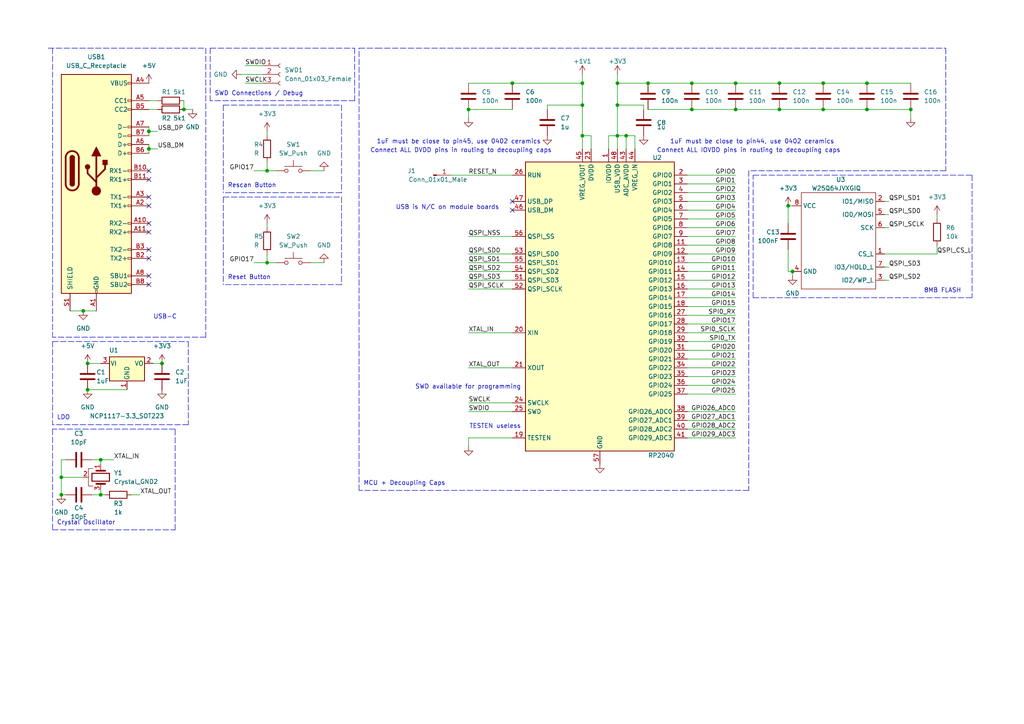
<source format=kicad_sch>
(kicad_sch (version 20211123) (generator eeschema)
  (paper "A4")
  (title_block (title "Prototroller Motherboard"))
  (lib_symbols
    (symbol "+3V3_1" (power) (pin_names (offset 0))
      (property "Value" "+3V3_1" (at 0 3.556 0))
      (symbol "+3V3_1_0_1"
        (polyline (pts (xy -0.762 1.27) (xy 0 2.54)))
        (polyline (pts (xy 0 0) (xy 0 2.54)))
        (polyline (pts (xy 0 2.54) (xy 0.762 1.27)))
      )
      (symbol "+3V3_1_1_1"
        (pin power_in line (at 0 0 90) (length 0) hide (name "+3V3") (number "1"))
      )
    )
    (symbol "Connector:Conn_01x01_Male" (pin_names (offset 1.016) hide)
      (property "Reference" "J" (at 0 2.54 0))
      (property "Value" "Conn_01x01_Male" (at 0 -2.54 0))
      (symbol "Conn_01x01_Male_1_1"
        (polyline (pts (xy 1.27 0) (xy 0.8636 0)) (stroke (width 0.1524)))
        (rectangle (start 0.8636 0.127) (end 0 -0.127) (stroke (width 0.1524)) (fill (type outline)))
        (pin passive line (at 5.08 0 180) (length 3.81) (name "Pin_1") (number "1"))
      )
    )
    (symbol "Connector:Conn_01x03_Female" (pin_names (offset 1.016) hide)
      (property "Reference" "J" (at 0 5.08 0))
      (property "Value" "Conn_01x03_Female" (at 0 -5.08 0))
      (symbol "Conn_01x03_Female_1_1"
        (arc (start 0 -2.032) (mid -0.508 -2.54) (end 0 -3.048) (stroke (width 0.1524)))
        (polyline (pts (xy -1.27 -2.54) (xy -0.508 -2.54)) (stroke (width 0.1524)))
        (polyline (pts (xy -1.27 0) (xy -0.508 0)) (stroke (width 0.1524)))
        (polyline (pts (xy -1.27 2.54) (xy -0.508 2.54)) (stroke (width 0.1524)))
        (arc (start 0 0.508) (mid -0.508 0) (end 0 -0.508) (stroke (width 0.1524)))
        (arc (start 0 3.048) (mid -0.508 2.54) (end 0 2.032) (stroke (width 0.1524)))
        (pin passive line (at -5.08 2.54 0) (length 3.81) (name "Pin_1") (number "1"))
        (pin passive line (at -5.08 0 0) (length 3.81) (name "Pin_2") (number "2"))
        (pin passive line (at -5.08 -2.54 0) (length 3.81) (name "Pin_3") (number "3"))
      )
    )
    (symbol "Connector:USB_C_Receptacle" (pin_names (offset 1.016))
      (property "Reference" "J" (at -10.16 29.21 0))
      (property "Value" "USB_C_Receptacle" (at 10.16 29.21 0))
      (symbol "USB_C_Receptacle_0_0"
        (rectangle (start -0.254 -35.56) (end 0.254 -34.544))
        (rectangle (start 10.16 -32.766) (end 9.144 -33.274))
        (rectangle (start 10.16 -30.226) (end 9.144 -30.734))
        (rectangle (start 10.16 -25.146) (end 9.144 -25.654))
        (rectangle (start 10.16 -22.606) (end 9.144 -23.114))
        (rectangle (start 10.16 -17.526) (end 9.144 -18.034))
        (rectangle (start 10.16 -14.986) (end 9.144 -15.494))
        (rectangle (start 10.16 -9.906) (end 9.144 -10.414))
        (rectangle (start 10.16 -7.366) (end 9.144 -7.874))
        (rectangle (start 10.16 -2.286) (end 9.144 -2.794))
        (rectangle (start 10.16 0.254) (end 9.144 -0.254))
        (rectangle (start 10.16 5.334) (end 9.144 4.826))
        (rectangle (start 10.16 7.874) (end 9.144 7.366))
        (rectangle (start 10.16 10.414) (end 9.144 9.906))
        (rectangle (start 10.16 12.954) (end 9.144 12.446))
        (rectangle (start 10.16 18.034) (end 9.144 17.526))
        (rectangle (start 10.16 20.574) (end 9.144 20.066))
        (rectangle (start 10.16 25.654) (end 9.144 25.146))
      )
      (symbol "USB_C_Receptacle_0_1"
        (rectangle (start -10.16 27.94) (end 10.16 -35.56) (stroke (width 0.254)) (fill (type background)))
        (arc (start -8.89 -3.81) (mid -6.985 -5.715) (end -5.08 -3.81) (stroke (width 0.508)))
        (arc (start -7.62 -3.81) (mid -6.985 -4.445) (end -6.35 -3.81) (stroke (width 0.254)))
        (arc (start -7.62 -3.81) (mid -6.985 -4.445) (end -6.35 -3.81) (stroke (width 0.254)) (fill (type outline)))
        (rectangle (start -7.62 -3.81) (end -6.35 3.81) (stroke (width 0.254)) (fill (type outline)))
        (arc (start -6.35 3.81) (mid -6.985 4.445) (end -7.62 3.81) (stroke (width 0.254)))
        (arc (start -6.35 3.81) (mid -6.985 4.445) (end -7.62 3.81) (stroke (width 0.254)) (fill (type outline)))
        (arc (start -5.08 3.81) (mid -6.985 5.715) (end -8.89 3.81) (stroke (width 0.508)))
        (polyline (pts (xy -8.89 -3.81) (xy -8.89 3.81)) (stroke (width 0.508)))
        (polyline (pts (xy -5.08 3.81) (xy -5.08 -3.81)) (stroke (width 0.508)))
      )
      (symbol "USB_C_Receptacle_1_1"
        (circle (center -2.54 1.143) (radius 0.635) (stroke (width 0.254)) (fill (type outline)))
        (circle (center 0 -5.842) (radius 1.27) (fill (type outline)))
        (polyline (pts (xy 0 -5.842) (xy 0 4.318)) (stroke (width 0.508)))
        (polyline (pts (xy 0 -3.302) (xy -2.54 -0.762) (xy -2.54 0.508)) (stroke (width 0.508)))
        (polyline (pts (xy 0 -2.032) (xy 2.54 0.508) (xy 2.54 1.778)) (stroke (width 0.508)))
        (polyline (pts (xy -1.27 4.318) (xy 0 6.858) (xy 1.27 4.318) (xy -1.27 4.318)) (stroke (width 0.254)) (fill (type outline)))
        (rectangle (start 1.905 1.778) (end 3.175 3.048) (stroke (width 0.254)) (fill (type outline)))
        (pin passive line (at 0 -40.64 90) (length 5.08) (name "GND") (number "A1"))
        (pin bidirectional line (at 15.24 -15.24 180) (length 5.08) (name "RX2-") (number "A10"))
        (pin bidirectional line (at 15.24 -17.78 180) (length 5.08) (name "RX2+") (number "A11"))
        (pin passive line (at 0 -40.64 90) (length 5.08) hide (name "GND") (number "A12"))
        (pin bidirectional line (at 15.24 -10.16 180) (length 5.08) (name "TX1+") (number "A2"))
        (pin bidirectional line (at 15.24 -7.62 180) (length 5.08) (name "TX1-") (number "A3"))
        (pin passive line (at 15.24 25.4 180) (length 5.08) (name "VBUS") (number "A4"))
        (pin bidirectional line (at 15.24 20.32 180) (length 5.08) (name "CC1") (number "A5"))
        (pin bidirectional line (at 15.24 7.62 180) (length 5.08) (name "D+") (number "A6"))
        (pin bidirectional line (at 15.24 12.7 180) (length 5.08) (name "D-") (number "A7"))
        (pin bidirectional line (at 15.24 -30.48 180) (length 5.08) (name "SBU1") (number "A8"))
        (pin passive line (at 15.24 25.4 180) (length 5.08) hide (name "VBUS") (number "A9"))
        (pin passive line (at 0 -40.64 90) (length 5.08) hide (name "GND") (number "B1"))
        (pin bidirectional line (at 15.24 0 180) (length 5.08) (name "RX1-") (number "B10"))
        (pin bidirectional line (at 15.24 -2.54 180) (length 5.08) (name "RX1+") (number "B11"))
        (pin passive line (at 0 -40.64 90) (length 5.08) hide (name "GND") (number "B12"))
        (pin bidirectional line (at 15.24 -25.4 180) (length 5.08) (name "TX2+") (number "B2"))
        (pin bidirectional line (at 15.24 -22.86 180) (length 5.08) (name "TX2-") (number "B3"))
        (pin passive line (at 15.24 25.4 180) (length 5.08) hide (name "VBUS") (number "B4"))
        (pin bidirectional line (at 15.24 17.78 180) (length 5.08) (name "CC2") (number "B5"))
        (pin bidirectional line (at 15.24 5.08 180) (length 5.08) (name "D+") (number "B6"))
        (pin bidirectional line (at 15.24 10.16 180) (length 5.08) (name "D-") (number "B7"))
        (pin bidirectional line (at 15.24 -33.02 180) (length 5.08) (name "SBU2") (number "B8"))
        (pin passive line (at 15.24 25.4 180) (length 5.08) hide (name "VBUS") (number "B9"))
        (pin passive line (at -7.62 -40.64 90) (length 5.08) (name "SHIELD") (number "S1"))
      )
    )
    (symbol "Device:C" (pin_numbers hide) (pin_names (offset 0.254))
      (property "Reference" "C" (at 0.635 2.54 0))
      (property "Value" "C" (at 0.635 -2.54 0))
      (symbol "C_0_1"
        (polyline (pts (xy -2.032 -0.762) (xy 2.032 -0.762)) (stroke (width 0.508)))
        (polyline (pts (xy -2.032 0.762) (xy 2.032 0.762)) (stroke (width 0.508)))
      )
      (symbol "C_1_1"
        (pin passive line (at 0 3.81 270) (length 2.794) (name "~") (number "1"))
        (pin passive line (at 0 -3.81 90) (length 2.794) (name "~") (number "2"))
      )
    )
    (symbol "Device:Crystal_GND2" (pin_names (offset 1.016) hide)
      (property "Reference" "Y" (at 0 5.715 0))
      (property "Value" "Crystal_GND2" (at 0 3.81 0))
      (symbol "Crystal_GND2_0_1"
        (rectangle (start -1.143 2.54) (end 1.143 -2.54) (stroke (width 0.3048)))
        (polyline (pts (xy -2.54 0) (xy -1.905 0)))
        (polyline (pts (xy -1.905 -1.27) (xy -1.905 1.27)) (stroke (width 0.508)))
        (polyline (pts (xy 0 -3.81) (xy 0 -3.556)))
        (polyline (pts (xy 1.905 0) (xy 2.54 0)))
        (polyline (pts (xy 1.905 1.27) (xy 1.905 -1.27)) (stroke (width 0.508)))
        (polyline (pts (xy -2.54 -2.286) (xy -2.54 -3.556) (xy 2.54 -3.556) (xy 2.54 -2.286)))
      )
      (symbol "Crystal_GND2_1_1"
        (pin passive line (at -3.81 0 0) (length 1.27) (name "1") (number "1"))
        (pin passive line (at 0 -5.08 90) (length 1.27) (name "2") (number "2"))
        (pin passive line (at 3.81 0 180) (length 1.27) (name "3") (number "3"))
      )
    )
    (symbol "Device:R" (pin_numbers hide) (pin_names (offset 0))
      (property "Reference" "R" (at 2.032 0 90))
      (property "Value" "R" (at 0 0 90))
      (symbol "R_0_1"
        (rectangle (start -1.016 -2.54) (end 1.016 2.54) (stroke (width 0.254)))
      )
      (symbol "R_1_1"
        (pin passive line (at 0 3.81 270) (length 1.27) (name "~") (number "1"))
        (pin passive line (at 0 -3.81 90) (length 1.27) (name "~") (number "2"))
      )
    )
    (symbol "Flash_Memory:W25Q64JVXGIQ"
      (property "Reference" "U?" (at 10.16 48.26 0))
      (property "Value" "W25Q64JVXGIQ" (at 10.16 45.72 0))
      (symbol "W25Q64JVXGIQ_0_0"
        (pin input line (at 36.83 24.13 180) (length 2.54) (name "CS_L") (number "1"))
        (pin input line (at 36.83 39.37 180) (length 2.54) (name "IO1/MISO") (number "2"))
        (pin input line (at 36.83 16.51 180) (length 2.54) (name "IO2/WP_L") (number "3"))
        (pin power_in line (at 10.16 19.05 0) (length 2.54) (name "GND") (number "4"))
        (pin output line (at 36.83 35.56 180) (length 2.54) (name "IO0/MOSI") (number "5"))
        (pin input line (at 36.83 31.75 180) (length 2.54) (name "SCK") (number "6"))
        (pin input line (at 36.83 20.32 180) (length 2.54) (name "IO3/HOLD_L") (number "7"))
        (pin input line (at 10.16 38.1 0) (length 2.54) (name "VCC") (number "8"))
      )
      (symbol "W25Q64JVXGIQ_0_1"
        (rectangle (start 12.7 41.91) (end 34.29 13.97))
      )
    )
    (symbol "GND_1" (power) (pin_names (offset 0))
      (property "Value" "GND_1" (at 0 -3.81 0))
      (symbol "GND_1_0_1"
        (polyline (pts (xy 0 0) (xy 0 -1.27) (xy 1.27 -1.27) (xy 0 -2.54) (xy -1.27 -1.27) (xy 0 -1.27)))
      )
      (symbol "GND_1_1_1"
        (pin power_in line (at 0 0 270) (length 0) hide (name "GND") (number "1"))
      )
    )
    (symbol "MCU_RaspberryPi:RP2040"
      (property "Reference" "U" (at 17.78 45.72 0))
      (property "Value" "RP2040" (at 17.78 43.18 0))
      (symbol "RP2040_0_1"
        (rectangle (start -21.59 41.91) (end 21.59 -41.91) (stroke (width 0.254)) (fill (type background)))
      )
      (symbol "RP2040_1_1"
        (pin power_in line (at 2.54 45.72 270) (length 3.81) (name "IOVDD") (number "1"))
        (pin passive line (at 2.54 45.72 270) (length 3.81) hide (name "IOVDD") (number "10"))
        (pin bidirectional line (at 25.4 17.78 180) (length 3.81) (name "GPIO8") (number "11"))
        (pin bidirectional line (at 25.4 15.24 180) (length 3.81) (name "GPIO9") (number "12"))
        (pin bidirectional line (at 25.4 12.7 180) (length 3.81) (name "GPIO10") (number "13"))
        (pin bidirectional line (at 25.4 10.16 180) (length 3.81) (name "GPIO11") (number "14"))
        (pin bidirectional line (at 25.4 7.62 180) (length 3.81) (name "GPIO12") (number "15"))
        (pin bidirectional line (at 25.4 5.08 180) (length 3.81) (name "GPIO13") (number "16"))
        (pin bidirectional line (at 25.4 2.54 180) (length 3.81) (name "GPIO14") (number "17"))
        (pin bidirectional line (at 25.4 0 180) (length 3.81) (name "GPIO15") (number "18"))
        (pin input line (at -25.4 -38.1 0) (length 3.81) (name "TESTEN") (number "19"))
        (pin bidirectional line (at 25.4 38.1 180) (length 3.81) (name "GPIO0") (number "2"))
        (pin input line (at -25.4 -7.62 0) (length 3.81) (name "XIN") (number "20"))
        (pin passive line (at -25.4 -17.78 0) (length 3.81) (name "XOUT") (number "21"))
        (pin passive line (at 2.54 45.72 270) (length 3.81) hide (name "IOVDD") (number "22"))
        (pin power_in line (at -2.54 45.72 270) (length 3.81) (name "DVDD") (number "23"))
        (pin output line (at -25.4 -27.94 0) (length 3.81) (name "SWCLK") (number "24"))
        (pin bidirectional line (at -25.4 -30.48 0) (length 3.81) (name "SWD") (number "25"))
        (pin input line (at -25.4 38.1 0) (length 3.81) (name "RUN") (number "26"))
        (pin bidirectional line (at 25.4 -2.54 180) (length 3.81) (name "GPIO16") (number "27"))
        (pin bidirectional line (at 25.4 -5.08 180) (length 3.81) (name "GPIO17") (number "28"))
        (pin bidirectional line (at 25.4 -7.62 180) (length 3.81) (name "GPIO18") (number "29"))
        (pin bidirectional line (at 25.4 35.56 180) (length 3.81) (name "GPIO1") (number "3"))
        (pin bidirectional line (at 25.4 -10.16 180) (length 3.81) (name "GPIO19") (number "30"))
        (pin bidirectional line (at 25.4 -12.7 180) (length 3.81) (name "GPIO20") (number "31"))
        (pin bidirectional line (at 25.4 -15.24 180) (length 3.81) (name "GPIO21") (number "32"))
        (pin passive line (at 2.54 45.72 270) (length 3.81) hide (name "IOVDD") (number "33"))
        (pin bidirectional line (at 25.4 -17.78 180) (length 3.81) (name "GPIO22") (number "34"))
        (pin bidirectional line (at 25.4 -20.32 180) (length 3.81) (name "GPIO23") (number "35"))
        (pin bidirectional line (at 25.4 -22.86 180) (length 3.81) (name "GPIO24") (number "36"))
        (pin bidirectional line (at 25.4 -25.4 180) (length 3.81) (name "GPIO25") (number "37"))
        (pin bidirectional line (at 25.4 -30.48 180) (length 3.81) (name "GPIO26_ADC0") (number "38"))
        (pin bidirectional line (at 25.4 -33.02 180) (length 3.81) (name "GPIO27_ADC1") (number "39"))
        (pin bidirectional line (at 25.4 33.02 180) (length 3.81) (name "GPIO2") (number "4"))
        (pin bidirectional line (at 25.4 -35.56 180) (length 3.81) (name "GPIO28_ADC2") (number "40"))
        (pin bidirectional line (at 25.4 -38.1 180) (length 3.81) (name "GPIO29_ADC3") (number "41"))
        (pin passive line (at 2.54 45.72 270) (length 3.81) hide (name "IOVDD") (number "42"))
        (pin power_in line (at 7.62 45.72 270) (length 3.81) (name "ADC_AVDD") (number "43"))
        (pin power_in line (at 10.16 45.72 270) (length 3.81) (name "VREG_IN") (number "44"))
        (pin power_out line (at -5.08 45.72 270) (length 3.81) (name "VREG_VOUT") (number "45"))
        (pin bidirectional line (at -25.4 27.94 0) (length 3.81) (name "USB_DM") (number "46"))
        (pin bidirectional line (at -25.4 30.48 0) (length 3.81) (name "USB_DP") (number "47"))
        (pin power_in line (at 5.08 45.72 270) (length 3.81) (name "USB_VDD") (number "48"))
        (pin passive line (at 2.54 45.72 270) (length 3.81) hide (name "IOVDD") (number "49"))
        (pin bidirectional line (at 25.4 30.48 180) (length 3.81) (name "GPIO3") (number "5"))
        (pin passive line (at -2.54 45.72 270) (length 3.81) hide (name "DVDD") (number "50"))
        (pin bidirectional line (at -25.4 7.62 0) (length 3.81) (name "QSPI_SD3") (number "51"))
        (pin output line (at -25.4 5.08 0) (length 3.81) (name "QSPI_SCLK") (number "52"))
        (pin bidirectional line (at -25.4 15.24 0) (length 3.81) (name "QSPI_SD0") (number "53"))
        (pin bidirectional line (at -25.4 10.16 0) (length 3.81) (name "QSPI_SD2") (number "54"))
        (pin bidirectional line (at -25.4 12.7 0) (length 3.81) (name "QSPI_SD1") (number "55"))
        (pin bidirectional line (at -25.4 20.32 0) (length 3.81) (name "QSPI_SS") (number "56"))
        (pin power_in line (at 0 -45.72 90) (length 3.81) (name "GND") (number "57"))
        (pin bidirectional line (at 25.4 27.94 180) (length 3.81) (name "GPIO4") (number "6"))
        (pin bidirectional line (at 25.4 25.4 180) (length 3.81) (name "GPIO5") (number "7"))
        (pin bidirectional line (at 25.4 22.86 180) (length 3.81) (name "GPIO6") (number "8"))
        (pin bidirectional line (at 25.4 20.32 180) (length 3.81) (name "GPIO7") (number "9"))
      )
    )
    (symbol "Regulator_Linear:NCP1117-3.3_SOT223" (pin_names (offset 0.254))
      (property "Reference" "U" (at -3.81 3.175 0))
      (property "Value" "NCP1117-3.3_SOT223" (at 0 3.175 0))
      (symbol "NCP1117-3.3_SOT223_0_1"
        (rectangle (start -5.08 -5.08) (end 5.08 1.905) (stroke (width 0.254)) (fill (type background)))
      )
      (symbol "NCP1117-3.3_SOT223_1_1"
        (pin power_in line (at 0 -7.62 90) (length 2.54) (name "GND") (number "1"))
        (pin power_out line (at 7.62 0 180) (length 2.54) (name "VO") (number "2"))
        (pin power_in line (at -7.62 0 0) (length 2.54) (name "VI") (number "3"))
      )
    )
    (symbol "Switch:SW_Push" (pin_numbers hide) (pin_names (offset 1.016) hide)
      (property "Reference" "SW" (at 1.27 2.54 0))
      (property "Value" "SW_Push" (at 0 -1.524 0))
      (symbol "SW_Push_0_1"
        (circle (center -2.032 0) (radius 0.508))
        (polyline (pts (xy 0 1.27) (xy 0 3.048)))
        (polyline (pts (xy 2.54 1.27) (xy -2.54 1.27)))
        (circle (center 2.032 0) (radius 0.508))
        (pin passive line (at -5.08 0 0) (length 2.54) (name "1") (number "1"))
        (pin passive line (at 5.08 0 180) (length 2.54) (name "2") (number "2"))
      )
    )
    (symbol "power:+1V1" (power) (pin_names (offset 0))
      (property "Value" "+1V1" (at 0 3.556 0))
      (symbol "+1V1_0_1"
        (polyline (pts (xy -0.762 1.27) (xy 0 2.54)))
        (polyline (pts (xy 0 0) (xy 0 2.54)))
        (polyline (pts (xy 0 2.54) (xy 0.762 1.27)))
      )
      (symbol "+1V1_1_1"
        (pin power_in line (at 0 0 90) (length 0) hide (name "+1V1") (number "1"))
      )
    )
    (symbol "power:+3V3" (power) (pin_names (offset 0))
      (property "Value" "+3V3" (at 0 3.556 0))
      (symbol "+3V3_0_1"
        (polyline (pts (xy -0.762 1.27) (xy 0 2.54)))
        (polyline (pts (xy 0 0) (xy 0 2.54)))
        (polyline (pts (xy 0 2.54) (xy 0.762 1.27)))
      )
      (symbol "+3V3_1_1"
        (pin power_in line (at 0 0 90) (length 0) hide (name "+3V3") (number "1"))
      )
    )
    (symbol "power:+5V" (power) (pin_names (offset 0))
      (property "Value" "+5V" (at 0 3.556 0))
      (symbol "+5V_0_1"
        (polyline (pts (xy -0.762 1.27) (xy 0 2.54)))
        (polyline (pts (xy 0 0) (xy 0 2.54)))
        (polyline (pts (xy 0 2.54) (xy 0.762 1.27)))
      )
      (symbol "+5V_1_1"
        (pin power_in line (at 0 0 90) (length 0) hide (name "+5V") (number "1"))
      )
    )
    (symbol "power:GND" (power) (pin_names (offset 0))
      (property "Value" "GND" (at 0 -3.81 0))
      (symbol "GND_0_1"
        (polyline (pts (xy 0 0) (xy 0 -1.27) (xy 1.27 -1.27) (xy 0 -2.54) (xy -1.27 -1.27) (xy 0 -1.27)))
      )
      (symbol "GND_1_1"
        (pin power_in line (at 0 0 270) (length 0) hide (name "GND") (number "1"))
      )
    )
  )
  (junction (at 228.6 59.69))
  (junction (at 148.59 24.13))
  (junction (at 226.06 24.13))
  (junction (at 43.18 43.18))
  (junction (at 168.91 30.48))
  (junction (at 181.61 39.37))
  (junction (at 264.16 31.75))
  (junction (at 229.87 78.74))
  (junction (at 135.89 31.75))
  (junction (at 77.47 76.2))
  (junction (at 238.76 31.75))
  (junction (at 179.07 24.13))
  (junction (at 168.91 39.37))
  (junction (at 251.46 24.13))
  (junction (at 25.4 113.03))
  (junction (at 17.78 143.51))
  (junction (at 226.06 31.75))
  (junction (at 43.18 38.1))
  (junction (at 77.47 49.53))
  (junction (at 24.13 90.17))
  (junction (at 25.4 105.41))
  (junction (at 200.66 31.75))
  (junction (at 213.36 24.13))
  (junction (at 29.21 143.51))
  (junction (at 179.07 39.37))
  (junction (at 53.34 31.75))
  (junction (at 200.66 24.13))
  (junction (at 213.36 31.75))
  (junction (at 179.07 30.48))
  (junction (at 17.78 138.43))
  (junction (at 46.99 105.41))
  (junction (at 251.46 31.75))
  (junction (at 238.76 24.13))
  (junction (at 29.21 133.35))
  (junction (at 168.91 24.13))
  (junction (at 187.96 24.13))
  (no_connect (at 43.18 74.93))
  (no_connect (at 43.18 82.55))
  (no_connect (at 148.59 60.96))
  (no_connect (at 43.18 52.07))
  (no_connect (at 43.18 80.01))
  (no_connect (at 43.18 59.69))
  (no_connect (at 43.18 67.31))
  (no_connect (at 43.18 57.15))
  (no_connect (at 43.18 49.53))
  (no_connect (at 43.18 64.77))
  (no_connect (at 43.18 72.39))
  (no_connect (at 148.59 58.42))
  (wire (pts (xy 200.66 31.75) (xy 187.96 31.75)))
  (wire (pts (xy 228.6 59.69) (xy 228.6 64.77)))
  (wire (pts (xy 77.47 49.53) (xy 80.01 49.53)))
  (wire (pts (xy 199.39 60.96) (xy 213.36 60.96)))
  (wire (pts (xy 19.05 133.35) (xy 17.78 133.35)))
  (polyline (pts (xy 15.24 153.67) (xy 50.8 153.67)))
  (wire (pts (xy 199.39 55.88) (xy 213.36 55.88)))
  (wire (pts (xy 199.39 127) (xy 213.36 127)))
  (wire (pts (xy 176.53 39.37) (xy 176.53 43.18)))
  (wire (pts (xy 226.06 24.13) (xy 238.76 24.13)))
  (polyline (pts (xy 102.87 29.21) (xy 60.96 29.21)))
  (wire (pts (xy 251.46 31.75) (xy 238.76 31.75)))
  (wire (pts (xy 199.39 68.58) (xy 213.36 68.58)))
  (wire (pts (xy 199.39 119.38) (xy 213.36 119.38)))
  (wire (pts (xy 90.17 76.2) (xy 93.98 76.2)))
  (polyline (pts (xy 109.22 13.97) (xy 274.32 13.97)))
  (wire (pts (xy 256.54 81.28) (xy 257.81 81.28)))
  (wire (pts (xy 179.07 24.13) (xy 187.96 24.13)))
  (wire (pts (xy 179.07 39.37) (xy 179.07 43.18)))
  (polyline (pts (xy 59.69 13.97) (xy 59.69 97.79)))
  (wire (pts (xy 179.07 30.48) (xy 179.07 39.37)))
  (wire (pts (xy 199.39 96.52) (xy 213.36 96.52)))
  (polyline (pts (xy 217.17 49.53) (xy 217.17 142.24)))
  (wire (pts (xy 73.66 76.2) (xy 77.47 76.2)))
  (wire (pts (xy 73.66 49.53) (xy 77.47 49.53)))
  (wire (pts (xy 228.6 59.69) (xy 229.87 59.69)))
  (wire (pts (xy 135.89 24.13) (xy 148.59 24.13)))
  (wire (pts (xy 199.39 76.2) (xy 213.36 76.2)))
  (wire (pts (xy 199.39 81.28) (xy 213.36 81.28)))
  (wire (pts (xy 184.15 39.37) (xy 181.61 39.37)))
  (wire (pts (xy 90.17 49.53) (xy 93.98 49.53)))
  (wire (pts (xy 17.78 133.35) (xy 17.78 138.43)))
  (wire (pts (xy 256.54 58.42) (xy 257.81 58.42)))
  (wire (pts (xy 17.78 138.43) (xy 24.13 138.43)))
  (wire (pts (xy 199.39 86.36) (xy 213.36 86.36)))
  (wire (pts (xy 130.81 50.8) (xy 148.59 50.8)))
  (wire (pts (xy 53.34 29.21) (xy 53.34 31.75)))
  (wire (pts (xy 226.06 31.75) (xy 213.36 31.75)))
  (wire (pts (xy 158.75 30.48) (xy 158.75 31.75)))
  (wire (pts (xy 43.18 29.21) (xy 45.72 29.21)))
  (wire (pts (xy 199.39 88.9) (xy 213.36 88.9)))
  (polyline (pts (xy 218.44 86.36) (xy 218.44 50.8)))
  (wire (pts (xy 168.91 24.13) (xy 168.91 30.48)))
  (wire (pts (xy 199.39 99.06) (xy 213.36 99.06)))
  (wire (pts (xy 24.13 90.17) (xy 27.94 90.17)))
  (polyline (pts (xy 15.24 124.46) (xy 15.24 153.67)))
  (wire (pts (xy 256.54 66.04) (xy 257.81 66.04)))
  (wire (pts (xy 199.39 111.76) (xy 213.36 111.76)))
  (wire (pts (xy 199.39 50.8) (xy 213.36 50.8)))
  (wire (pts (xy 199.39 53.34) (xy 213.36 53.34)))
  (wire (pts (xy 213.36 24.13) (xy 226.06 24.13)))
  (polyline (pts (xy 99.06 82.55) (xy 64.77 82.55)))
  (polyline (pts (xy 54.61 123.19) (xy 15.24 123.19)))
  (wire (pts (xy 77.47 38.1) (xy 77.47 39.37)))
  (wire (pts (xy 187.96 24.13) (xy 200.66 24.13)))
  (polyline (pts (xy 99.06 57.15) (xy 99.06 82.55)))
  (wire (pts (xy 25.4 105.41) (xy 29.21 105.41)))
  (wire (pts (xy 184.15 43.18) (xy 184.15 39.37)))
  (polyline (pts (xy 15.24 99.06) (xy 15.24 123.19)))
  (wire (pts (xy 251.46 24.13) (xy 264.16 24.13)))
  (polyline (pts (xy 50.8 124.46) (xy 15.24 124.46)))
  (polyline (pts (xy 99.06 55.88) (xy 64.77 55.88)))
  (wire (pts (xy 179.07 24.13) (xy 179.07 30.48)))
  (polyline (pts (xy 60.96 13.97) (xy 102.87 13.97)))
  (wire (pts (xy 229.87 78.74) (xy 229.87 80.01)))
  (polyline (pts (xy 64.77 57.15) (xy 64.77 82.55)))
  (wire (pts (xy 199.39 83.82) (xy 213.36 83.82)))
  (wire (pts (xy 135.89 127) (xy 135.89 129.54)))
  (wire (pts (xy 135.89 78.74) (xy 148.59 78.74)))
  (polyline (pts (xy 13.97 13.97) (xy 59.69 13.97)))
  (wire (pts (xy 43.18 38.1) (xy 45.72 38.1)))
  (wire (pts (xy 179.07 21.59) (xy 179.07 24.13)))
  (wire (pts (xy 38.1 143.51) (xy 40.64 143.51)))
  (wire (pts (xy 135.89 68.58) (xy 148.59 68.58)))
  (wire (pts (xy 135.89 106.68) (xy 148.59 106.68)))
  (polyline (pts (xy 50.8 153.67) (xy 50.8 124.46)))
  (wire (pts (xy 29.21 133.35) (xy 33.02 133.35)))
  (wire (pts (xy 77.47 64.77) (xy 77.47 66.04)))
  (wire (pts (xy 71.12 24.13) (xy 76.2 24.13)))
  (wire (pts (xy 256.54 73.66) (xy 271.78 73.66)))
  (wire (pts (xy 135.89 31.75) (xy 135.89 34.29)))
  (wire (pts (xy 256.54 62.23) (xy 257.81 62.23)))
  (wire (pts (xy 69.85 21.59) (xy 76.2 21.59)))
  (wire (pts (xy 271.78 71.12) (xy 271.78 73.66)))
  (wire (pts (xy 186.69 31.75) (xy 186.69 30.48)))
  (wire (pts (xy 199.39 73.66) (xy 213.36 73.66)))
  (wire (pts (xy 168.91 30.48) (xy 168.91 39.37)))
  (polyline (pts (xy 15.24 13.97) (xy 15.24 97.79)))
  (wire (pts (xy 199.39 114.3) (xy 213.36 114.3)))
  (wire (pts (xy 26.67 133.35) (xy 29.21 133.35)))
  (polyline (pts (xy 64.77 57.15) (xy 99.06 57.15)))
  (wire (pts (xy 199.39 91.44) (xy 213.36 91.44)))
  (wire (pts (xy 17.78 143.51) (xy 19.05 143.51)))
  (polyline (pts (xy 217.17 142.24) (xy 104.14 142.24)))
  (polyline (pts (xy 15.24 99.06) (xy 54.61 99.06)))
  (wire (pts (xy 199.39 58.42) (xy 213.36 58.42)))
  (wire (pts (xy 264.16 31.75) (xy 264.16 34.29)))
  (wire (pts (xy 199.39 71.12) (xy 213.36 71.12)))
  (wire (pts (xy 168.91 21.59) (xy 168.91 24.13)))
  (wire (pts (xy 43.18 36.83) (xy 43.18 38.1)))
  (wire (pts (xy 44.45 105.41) (xy 46.99 105.41)))
  (wire (pts (xy 29.21 142.24) (xy 29.21 143.51)))
  (wire (pts (xy 43.18 31.75) (xy 45.72 31.75)))
  (wire (pts (xy 199.39 101.6) (xy 213.36 101.6)))
  (polyline (pts (xy 64.77 30.48) (xy 99.06 30.48)))
  (wire (pts (xy 199.39 78.74) (xy 213.36 78.74)))
  (polyline (pts (xy 104.14 13.97) (xy 109.22 13.97)))
  (polyline (pts (xy 218.44 50.8) (xy 281.94 50.8)))
  (polyline (pts (xy 59.69 97.79) (xy 15.24 97.79)))
  (wire (pts (xy 199.39 121.92) (xy 213.36 121.92)))
  (polyline (pts (xy 60.96 13.97) (xy 60.96 29.21)))
  (polyline (pts (xy 54.61 99.06) (xy 54.61 123.19)))
  (polyline (pts (xy 102.87 13.97) (xy 102.87 29.21)))
  (wire (pts (xy 199.39 93.98) (xy 213.36 93.98)))
  (wire (pts (xy 168.91 30.48) (xy 158.75 30.48)))
  (wire (pts (xy 168.91 39.37) (xy 168.91 43.18)))
  (wire (pts (xy 199.39 109.22) (xy 213.36 109.22)))
  (wire (pts (xy 20.32 90.17) (xy 24.13 90.17)))
  (wire (pts (xy 200.66 31.75) (xy 213.36 31.75)))
  (wire (pts (xy 199.39 104.14) (xy 213.36 104.14)))
  (wire (pts (xy 148.59 127) (xy 135.89 127)))
  (polyline (pts (xy 104.14 142.24) (xy 104.14 13.97)))
  (polyline (pts (xy 64.77 30.48) (xy 64.77 55.88)))
  (wire (pts (xy 228.6 78.74) (xy 229.87 78.74)))
  (wire (pts (xy 171.45 43.18) (xy 171.45 39.37)))
  (wire (pts (xy 271.78 62.23) (xy 271.78 63.5)))
  (wire (pts (xy 135.89 116.84) (xy 148.59 116.84)))
  (wire (pts (xy 199.39 124.46) (xy 213.36 124.46)))
  (polyline (pts (xy 99.06 30.48) (xy 99.06 55.88)))
  (wire (pts (xy 199.39 106.68) (xy 213.36 106.68)))
  (wire (pts (xy 181.61 39.37) (xy 181.61 43.18)))
  (wire (pts (xy 77.47 73.66) (xy 77.47 76.2)))
  (wire (pts (xy 135.89 76.2) (xy 148.59 76.2)))
  (wire (pts (xy 135.89 96.52) (xy 148.59 96.52)))
  (wire (pts (xy 43.18 38.1) (xy 43.18 39.37)))
  (wire (pts (xy 135.89 83.82) (xy 148.59 83.82)))
  (wire (pts (xy 29.21 143.51) (xy 30.48 143.51)))
  (wire (pts (xy 17.78 138.43) (xy 17.78 143.51)))
  (wire (pts (xy 43.18 43.18) (xy 43.18 44.45)))
  (wire (pts (xy 43.18 43.18) (xy 45.72 43.18)))
  (wire (pts (xy 77.47 76.2) (xy 80.01 76.2)))
  (wire (pts (xy 135.89 73.66) (xy 148.59 73.66)))
  (wire (pts (xy 77.47 46.99) (xy 77.47 49.53)))
  (wire (pts (xy 148.59 31.75) (xy 135.89 31.75)))
  (wire (pts (xy 25.4 113.03) (xy 36.83 113.03)))
  (wire (pts (xy 55.88 31.75) (xy 53.34 31.75)))
  (wire (pts (xy 43.18 41.91) (xy 43.18 43.18)))
  (polyline (pts (xy 218.44 86.36) (xy 281.94 86.36)))
  (wire (pts (xy 186.69 30.48) (xy 179.07 30.48)))
  (wire (pts (xy 148.59 24.13) (xy 168.91 24.13)))
  (wire (pts (xy 179.07 39.37) (xy 181.61 39.37)))
  (wire (pts (xy 199.39 66.04) (xy 213.36 66.04)))
  (wire (pts (xy 199.39 63.5) (xy 213.36 63.5)))
  (wire (pts (xy 168.91 39.37) (xy 171.45 39.37)))
  (polyline (pts (xy 281.94 50.8) (xy 281.94 86.36)))
  (polyline (pts (xy 274.32 13.97) (xy 274.32 49.53)))
  (wire (pts (xy 26.67 143.51) (xy 29.21 143.51)))
  (wire (pts (xy 256.54 77.47) (xy 257.81 77.47)))
  (polyline (pts (xy 274.32 49.53) (xy 217.17 49.53)))
  (wire (pts (xy 135.89 119.38) (xy 148.59 119.38)))
  (wire (pts (xy 238.76 24.13) (xy 251.46 24.13)))
  (wire (pts (xy 29.21 134.62) (xy 29.21 133.35)))
  (wire (pts (xy 176.53 39.37) (xy 179.07 39.37)))
  (wire (pts (xy 200.66 24.13) (xy 213.36 24.13)))
  (wire (pts (xy 251.46 31.75) (xy 264.16 31.75)))
  (wire (pts (xy 135.89 81.28) (xy 148.59 81.28)))
  (wire (pts (xy 71.12 19.05) (xy 76.2 19.05)))
  (wire (pts (xy 226.06 31.75) (xy 238.76 31.75)))
  (wire (pts (xy 228.6 72.39) (xy 228.6 78.74)))
  (text "1uF must be close to pin45, use 0402 ceramics" (at 109.22 41.91 0) (effects (font (size 1.27 1.27)) (justify left bottom)))
  (text "USB is N/C on module boards" (at 144.78 60.96 180) (effects (font (size 1.27 1.27)) (justify right bottom)))
  (text "Reset Button\n" (at 66.04 81.28 0) (effects (font (size 1.27 1.27)) (justify left bottom)))
  (text "SWD Connections / Debug" (at 62.23 27.94 0) (effects (font (size 1.27 1.27)) (justify left bottom)))
  (text "Connect ALL DVDD pins in routing to decoupling caps" (at 160.02 44.45 180) (effects (font (size 1.27 1.27)) (justify right bottom)))
  (text "USB-C" (at 44.45 92.71 0) (effects (font (size 1.27 1.27)) (justify left bottom)))
  (text "Crystal Oscillator" (at 16.51 152.4 0) (effects (font (size 1.27 1.27)) (justify left bottom)))
  (text "1uF must be close to pin44, use 0402 ceramics" (at 194.31 41.91 0) (effects (font (size 1.27 1.27)) (justify left bottom)))
  (text "TESTEN useless" (at 151.13 124.46 180) (effects (font (size 1.27 1.27)) (justify right bottom)))
  (text "Rescan Button" (at 66.04 54.61 0) (effects (font (size 1.27 1.27)) (justify left bottom)))
  (text "LDO" (at 16.51 121.92 0) (effects (font (size 1.27 1.27)) (justify left bottom)))
  (text "Connect ALL IOVDD pins in routing to decoupling caps" (at 190.5 44.45 0) (effects (font (size 1.27 1.27)) (justify left bottom)))
  (text "SWD available for programming" (at 151.13 113.03 180) (effects (font (size 1.27 1.27)) (justify right bottom)))
  (text "8MB FLASH\n" (at 267.97 85.09 0) (effects (font (size 1.27 1.27)) (justify left bottom)))
  (text "MCU + Decoupling Caps" (at 105.41 140.97 0) (effects (font (size 1.27 1.27)) (justify left bottom)))
  (label "GPIO6" (at 213.36 66.04 180))
  (label "QSPI_SD0" (at 135.89 73.66 0))
  (label "QSPI_SD0" (at 257.81 62.23 0))
  (label "GPIO8" (at 213.36 71.12 180))
  (label "QSPI_SD3" (at 135.89 81.28 0))
  (label "SPI0_SCLK" (at 213.36 96.52 180))
  (label "GPIO22" (at 213.36 106.68 180))
  (label "RESET_N" (at 135.89 50.8 0))
  (label "GPIO7" (at 213.36 68.58 180))
  (label "GPIO12" (at 213.36 81.28 180))
  (label "GPIO21" (at 213.36 104.14 180))
  (label "GPIO11" (at 213.36 78.74 180))
  (label "GPIO5" (at 213.36 63.5 180))
  (label "GPIO9" (at 213.36 73.66 180))
  (label "QSPI_SD3" (at 257.81 77.47 0))
  (label "SWDIO" (at 135.89 119.38 0))
  (label "GPIO13" (at 213.36 83.82 180))
  (label "GPIO23" (at 213.36 109.22 180))
  (label "SWCLK" (at 135.89 116.84 0))
  (label "GPIO1" (at 213.36 53.34 180))
  (label "XTAL_OUT" (at 135.89 106.68 0))
  (label "GPIO17" (at 73.66 49.53 180))
  (label "GPIO25" (at 213.36 114.3 180))
  (label "GPIO0" (at 213.36 50.8 180))
  (label "GPIO14" (at 213.36 86.36 180))
  (label "GPIO29_ADC3" (at 213.36 127 180))
  (label "QSPI_SD2" (at 135.89 78.74 0))
  (label "GPIO3" (at 213.36 58.42 180))
  (label "SPI0_TX" (at 213.36 99.06 180))
  (label "GPIO15" (at 213.36 88.9 180))
  (label "QSPI_SD1" (at 135.89 76.2 0))
  (label "QSPI_SD2" (at 257.81 81.28 0))
  (label "XTAL_IN" (at 135.89 96.52 0))
  (label "GPIO10" (at 213.36 76.2 180))
  (label "QSPI_CS_L" (at 271.78 73.66 0))
  (label "QSPI_SCLK" (at 135.89 83.82 0))
  (label "GPIO17" (at 73.66 76.2 180))
  (label "GPIO20" (at 213.36 101.6 180))
  (label "GPIO17" (at 213.36 93.98 180))
  (label "QSPI_NSS" (at 135.89 68.58 0))
  (label "XTAL_IN" (at 33.02 133.35 0))
  (label "SWDIO" (at 71.12 19.05 0))
  (label "SPI0_RX" (at 213.36 91.44 180))
  (label "USB_DM" (at 45.72 43.18 0))
  (label "SWCLK" (at 71.12 24.13 0))
  (label "GPIO2" (at 213.36 55.88 180))
  (label "QSPI_SD1" (at 257.81 58.42 0))
  (label "GPIO27_ADC1" (at 213.36 121.92 180))
  (label "GPIO4" (at 213.36 60.96 180))
  (label "GPIO28_ADC2" (at 213.36 124.46 180))
  (label "GPIO24" (at 213.36 111.76 180))
  (label "QSPI_SCLK" (at 257.81 66.04 0))
  (label "XTAL_OUT" (at 40.64 143.51 0))
  (label "GPIO26_ADC0" (at 213.36 119.38 180))
  (label "USB_DP" (at 45.72 38.1 0))
  (symbol (lib_name "+3V3_1") (lib_id "power:+3V3") (at 77.47 64.77 0) (unit 1)
    (property "Reference" "#PWR011" (effects hide))
    (property "Value" "+3V3" (at 77.47 59.69 0))
  )
  (symbol (lib_id "power:+3V3") (at 179.07 21.59 0) (unit 1)
    (property "Reference" "#PWR019" (effects hide))
    (property "Value" "+3V3" (at 179.07 17.78 0))
  )
  (symbol (lib_id "power:GND") (at 186.69 39.37 0) (unit 1)
    (property "Reference" "#PWR020" (effects hide))
    (property "Value" "GND" (effects hide))
  )
  (symbol (lib_id "Device:C") (at 213.36 27.94 0) (unit 1)
    (property "Reference" "C11" (at 217.17 26.6699 0) (effects (justify left)))
    (property "Value" "100n" (at 217.17 29.2099 0) (effects (justify left)))
  )
  (symbol (lib_id "power:GND") (at 135.89 129.54 0) (unit 1)
    (property "Reference" "#PWR015" (effects hide))
    (property "Value" "GND" (effects hide))
  )
  (symbol (lib_id "Device:C") (at 25.4 109.22 0) (unit 1)
    (property "Reference" "C1" (at 27.94 107.95 0) (effects (justify left)))
    (property "Value" "1uF" (at 27.94 110.49 0) (effects (justify left)))
  )
  (symbol (lib_id "power:GND") (at 46.99 113.03 0) (unit 1)
    (property "Reference" "#PWR07" (effects hide))
    (property "Value" "GND" (at 46.99 118.11 0))
  )
  (symbol (lib_id "Device:C") (at 238.76 27.94 0) (unit 1)
    (property "Reference" "C14" (at 242.57 26.6699 0) (effects (justify left)))
    (property "Value" "100n" (at 242.57 29.2099 0) (effects (justify left)))
  )
  (symbol (lib_id "power:+3V3") (at 228.6 59.69 0) (unit 1)
    (property "Reference" "#PWR021" (effects hide))
    (property "Value" "+3V3" (at 228.6 54.61 0))
  )
  (symbol (lib_id "Connector:USB_C_Receptacle") (at 27.94 49.53 0) (unit 1)
    (property "Reference" "USB1" (at 27.94 16.51 0))
    (property "Value" "USB_C_Receptacle" (at 27.94 19.05 0))
    (property "Datasheet" "https://www.usb.org/sites/default/files/documents/usb_type-c.zip" (effects hide))
  )
  (symbol (lib_id "Device:R") (at 77.47 43.18 0) (unit 1)
    (property "Reference" "R4" (at 73.66 41.91 0) (effects (justify left)))
    (property "Value" "R" (at 73.66 44.45 0) (effects (justify left)))
  )
  (symbol (lib_id "power:GND") (at 24.13 90.17 0) (unit 1)
    (property "Reference" "#PWR02" (effects hide))
    (property "Value" "GND" (at 24.13 95.25 0))
  )
  (symbol (lib_id "power:+1V1") (at 168.91 21.59 0) (unit 1)
    (property "Reference" "#PWR017" (effects hide))
    (property "Value" "+1V1" (at 168.91 17.78 0))
  )
  (symbol (lib_id "Device:C") (at 148.59 27.94 0) (unit 1)
    (property "Reference" "C6" (at 152.4 26.6699 0) (effects (justify left)))
    (property "Value" "100n" (at 152.4 29.2099 0) (effects (justify left)))
  )
  (symbol (lib_id "power:GND") (at 173.99 134.62 0) (unit 1)
    (property "Reference" "#PWR018" (effects hide))
    (property "Value" "GND" (effects hide))
  )
  (symbol (lib_id "MCU_RaspberryPi:RP2040") (at 173.99 88.9 0) (unit 1)
    (property "Reference" "U2" (at 189.23 45.72 0) (effects (justify left)))
    (property "Value" "RP2040" (at 187.96 132.08 0) (effects (justify left)))
    (property "Footprint" "Package_DFN_QFN:QFN-56-1EP_7x7mm_P0.4mm_EP3.2x3.2mm" (effects hide))
    (property "Datasheet" "https://datasheets.raspberrypi.com/rp2040/rp2040-datasheet.pdf" (effects hide))
  )
  (symbol (lib_id "Device:C") (at 187.96 27.94 0) (unit 1)
    (property "Reference" "C9" (at 191.77 26.6699 0) (effects (justify left)))
    (property "Value" "100n" (at 191.77 29.2099 0) (effects (justify left)))
  )
  (symbol (lib_id "Device:C") (at 22.86 143.51 90) (unit 1)
    (property "Reference" "C4" (at 22.86 147.32 90))
    (property "Value" "10pF" (at 22.86 149.86 90))
  )
  (symbol (lib_id "Device:R") (at 49.53 29.21 90) (unit 1)
    (property "Reference" "R1" (at 48.26 26.67 90))
    (property "Value" "5k1" (at 52.07 26.67 90))
  )
  (symbol (lib_id "Switch:SW_Push") (at 85.09 76.2 0) (unit 1)
    (property "Reference" "SW2" (at 85.09 68.58 0))
    (property "Value" "SW_Push" (at 85.09 71.12 0))
  )
  (symbol (lib_id "power:+5V") (at 43.18 24.13 0) (unit 1)
    (property "Reference" "#PWR05" (effects hide))
    (property "Value" "+5V" (at 43.18 19.05 0))
  )
  (symbol (lib_id "Device:C") (at 226.06 27.94 0) (unit 1)
    (property "Reference" "C12" (at 229.87 26.6699 0) (effects (justify left)))
    (property "Value" "100n" (at 229.87 29.2099 0) (effects (justify left)))
  )
  (symbol (lib_id "Device:C") (at 264.16 27.94 0) (unit 1)
    (property "Reference" "C16" (at 267.97 26.6699 0) (effects (justify left)))
    (property "Value" "100n" (at 267.97 29.2099 0) (effects (justify left)))
  )
  (symbol (lib_id "Device:C") (at 186.69 35.56 0) (unit 1)
    (property "Reference" "C8" (at 190.5 35.56 0) (effects (justify left)))
    (property "Value" "1u" (at 190.5 36.83 0) (effects (justify left)))
  )
  (symbol (lib_id "Flash_Memory:W25Q64JVXGIQ") (at 219.71 97.79 0) (unit 1)
    (property "Reference" "U3" (at 243.84 52.07 0))
    (property "Value" "W25Q64JVXGIQ" (at 242.57 54.61 0))
  )
  (symbol (lib_name "+3V3_1") (lib_id "power:+3V3") (at 77.47 38.1 0) (unit 1)
    (property "Reference" "#PWR010" (effects hide))
    (property "Value" "+3V3" (at 77.47 33.02 0))
  )
  (symbol (lib_id "Connector:Conn_01x03_Female") (at 81.28 21.59 0) (unit 1)
    (property "Reference" "SWD1" (at 82.55 20.3199 0) (effects (justify left)))
    (property "Value" "Conn_01x03_Female" (at 82.55 22.8599 0) (effects (justify left)))
  )
  (symbol (lib_id "Device:C") (at 22.86 133.35 90) (unit 1)
    (property "Reference" "C3" (at 22.86 125.73 90))
    (property "Value" "10pF" (at 22.86 128.27 90))
  )
  (symbol (lib_id "Device:C") (at 200.66 27.94 0) (unit 1)
    (property "Reference" "C10" (at 204.47 26.6699 0) (effects (justify left)))
    (property "Value" "100n" (at 204.47 29.2099 0) (effects (justify left)))
  )
  (symbol (lib_id "Switch:SW_Push") (at 85.09 49.53 0) (unit 1)
    (property "Reference" "SW1" (at 85.09 41.91 0))
    (property "Value" "SW_Push" (at 85.09 44.45 0))
  )
  (symbol (lib_id "power:+3V3") (at 46.99 105.41 0) (unit 1)
    (property "Reference" "#PWR06" (effects hide))
    (property "Value" "+3V3" (at 46.99 100.33 0))
  )
  (symbol (lib_id "power:GND") (at 25.4 113.03 0) (unit 1)
    (property "Reference" "#PWR04" (effects hide))
    (property "Value" "GND" (at 25.4 118.11 0))
  )
  (symbol (lib_id "Device:C") (at 251.46 27.94 0) (unit 1)
    (property "Reference" "C15" (at 255.27 26.6699 0) (effects (justify left)))
    (property "Value" "100n" (at 255.27 29.2099 0) (effects (justify left)))
  )
  (symbol (lib_id "power:GND") (at 158.75 39.37 0) (unit 1)
    (property "Reference" "#PWR016" (effects hide))
    (property "Value" "GND" (effects hide))
  )
  (symbol (lib_id "Device:R") (at 77.47 69.85 0) (unit 1)
    (property "Reference" "R5" (at 73.66 68.58 0) (effects (justify left)))
    (property "Value" "R" (at 73.66 71.12 0) (effects (justify left)))
  )
  (symbol (lib_id "Device:C") (at 228.6 68.58 0) (unit 1)
    (property "Reference" "C13" (at 222.25 67.31 0) (effects (justify left)))
    (property "Value" "100nF" (at 219.71 69.85 0) (effects (justify left)))
  )
  (symbol (lib_id "power:GND") (at 17.78 143.51 0) (unit 1)
    (property "Reference" "#PWR01" (effects hide))
    (property "Value" "GND" (at 17.78 148.59 0))
  )
  (symbol (lib_id "power:GND") (at 229.87 80.01 0) (unit 1)
    (property "Reference" "#PWR022" (effects hide))
    (property "Value" "GND" (at 229.87 85.09 0))
  )
  (symbol (lib_id "power:+3V3") (at 271.78 62.23 0) (unit 1)
    (property "Reference" "#PWR024" (effects hide))
    (property "Value" "+3V3" (at 271.78 57.15 0))
  )
  (symbol (lib_id "Connector:Conn_01x01_Male") (at 125.73 50.8 0) (unit 1)
    (property "Reference" "J1" (at 119.38 49.53 0))
    (property "Value" "Conn_01x01_Male" (at 127 52.07 0))
  )
  (symbol (lib_id "power:GND") (at 264.16 34.29 0) (unit 1)
    (property "Reference" "#PWR023" (effects hide))
    (property "Value" "GND" (effects hide))
  )
  (symbol (lib_id "Device:C") (at 158.75 35.56 0) (unit 1)
    (property "Reference" "C7" (at 162.56 34.2899 0) (effects (justify left)))
    (property "Value" "1u" (at 162.56 36.8299 0) (effects (justify left)))
  )
  (symbol (lib_id "Device:R") (at 271.78 67.31 0) (unit 1)
    (property "Reference" "R6" (at 274.32 66.0399 0) (effects (justify left)))
    (property "Value" "10k" (at 274.32 68.5799 0) (effects (justify left)))
  )
  (symbol (lib_id "Device:Crystal_GND2") (at 29.21 138.43 270) (unit 1)
    (property "Reference" "Y1" (at 33.02 137.1599 90) (effects (justify left)))
    (property "Value" "Crystal_GND2" (at 33.02 139.6999 90) (effects (justify left)))
  )
  (symbol (lib_id "power:+5V") (at 25.4 105.41 0) (unit 1)
    (property "Reference" "#PWR03" (effects hide))
    (property "Value" "+5V" (at 25.4 100.33 0))
  )
  (symbol (lib_id "power:GND") (at 55.88 31.75 0) (unit 1)
    (property "Reference" "#PWR08" (effects hide))
    (property "Value" "GND" (at 55.88 36.83 0))
  )
  (symbol (lib_id "Device:R") (at 34.29 143.51 90) (unit 1)
    (property "Reference" "R3" (at 34.29 146.05 90))
    (property "Value" "1k" (at 34.29 148.59 90))
  )
  (symbol (lib_id "Device:C") (at 46.99 109.22 0) (unit 1)
    (property "Reference" "C2" (at 50.8 107.9499 0) (effects (justify left)))
    (property "Value" "1uF" (at 50.8 110.4899 0) (effects (justify left)))
  )
  (symbol (lib_id "power:GND") (at 135.89 34.29 0) (unit 1)
    (property "Reference" "#PWR014" (effects hide))
    (property "Value" "GND" (effects hide))
  )
  (symbol (lib_id "Device:R") (at 49.53 31.75 90) (unit 1)
    (property "Reference" "R2" (at 48.26 34.29 90))
    (property "Value" "5k1" (at 52.07 34.29 90))
  )
  (symbol (lib_id "Regulator_Linear:NCP1117-3.3_SOT223") (at 36.83 105.41 0) (unit 1)
    (property "Reference" "U1" (at 33.02 101.6 0))
    (property "Value" "NCP1117-3.3_SOT223" (at 36.83 120.65 0))
    (property "Footprint" "Package_TO_SOT_SMD:SOT-223-3_TabPin2" (effects hide))
    (property "Datasheet" "http://www.onsemi.com/pub_link/Collateral/NCP1117-D.PDF" (effects hide))
  )
  (symbol (lib_name "GND_1") (lib_id "power:GND") (at 93.98 49.53 180) (unit 1)
    (property "Reference" "#PWR012" (effects hide))
    (property "Value" "GND" (at 93.98 44.45 0))
  )
  (symbol (lib_id "power:GND") (at 69.85 21.59 270) (unit 1)
    (property "Reference" "#PWR09" (effects hide))
    (property "Value" "GND" (at 66.04 21.5899 90) (effects (justify right)))
  )
  (symbol (lib_id "Device:C") (at 135.89 27.94 0) (unit 1)
    (property "Reference" "C5" (at 139.7 26.6699 0) (effects (justify left)))
    (property "Value" "100n" (at 139.7 29.2099 0) (effects (justify left)))
  )
  (symbol (lib_name "GND_1") (lib_id "power:GND") (at 93.98 76.2 180) (unit 1)
    (property "Reference" "#PWR013" (effects hide))
    (property "Value" "GND" (at 93.98 71.12 0))
  )
)
</source>
